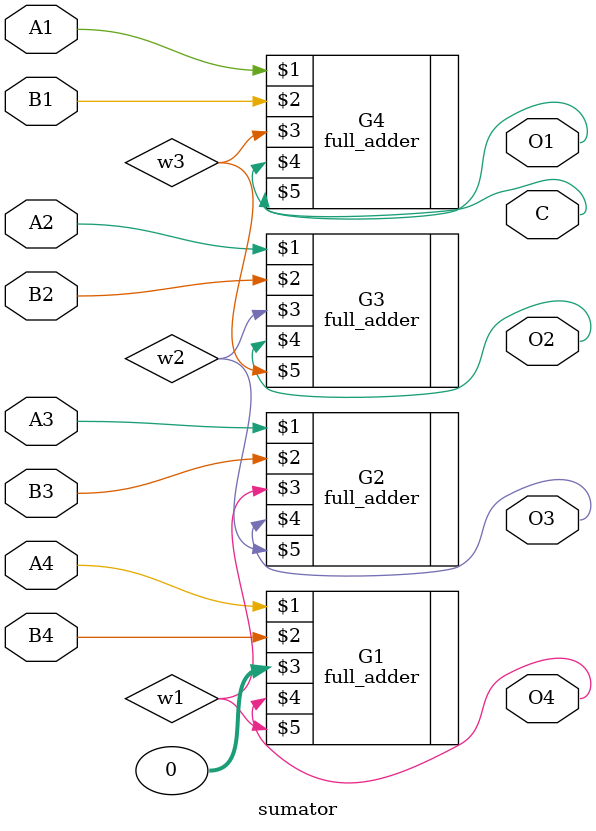
<source format=v>
module sumator (A1, A2, A3, A4, B1, B2, B3, B4, C, O1, O2, O3, O4);
    input A1, A2, A3, A4, B1, B2, B3, B4;
    output O1, O2, O3, O4, C;
    wire w1, w2, w3;

    full_adder G1(A4, B4, 0, O4, w1); // Least significant bit
    full_adder G2(A3, B3, w1, O3, w2);
    full_adder G3(A2, B2, w2, O2, w3);
    full_adder G4(A1, B1, w3, O1, C); // Most significant bit

endmodule
</source>
